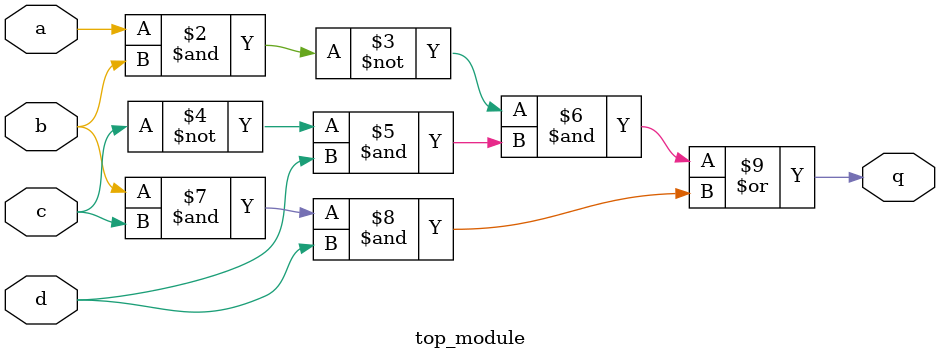
<source format=sv>
module top_module (
    input a,
    input b,
    input c,
    input d,
    output reg q
);

    always @ (*) begin
        q <= (~(a & b) & (~c & d) | (b & c) & d);
    end

endmodule

</source>
